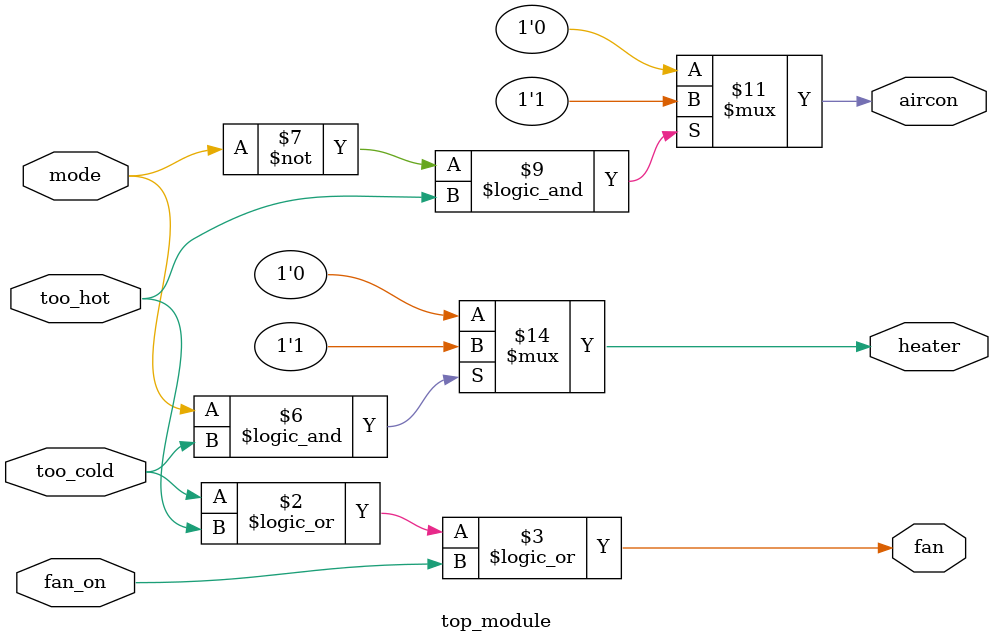
<source format=sv>
module top_module(
    input mode,
    input too_cold, 
    input too_hot,
    input fan_on,
    output reg heater,
    output reg aircon,
    output reg fan
);

always @(*) begin
    // Control the fan
    fan = (too_cold || too_hot || fan_on);

    // Control the heater
    if (mode == 1'b1 && too_cold == 1'b1) begin
        heater = 1'b1;
    end else begin
        heater = 1'b0;
    end

    // Control the air conditioner
    if (mode == 1'b0 && too_hot == 1'b1) begin
        aircon = 1'b1;
    end else begin
        aircon = 1'b0;
    end
end

endmodule

</source>
